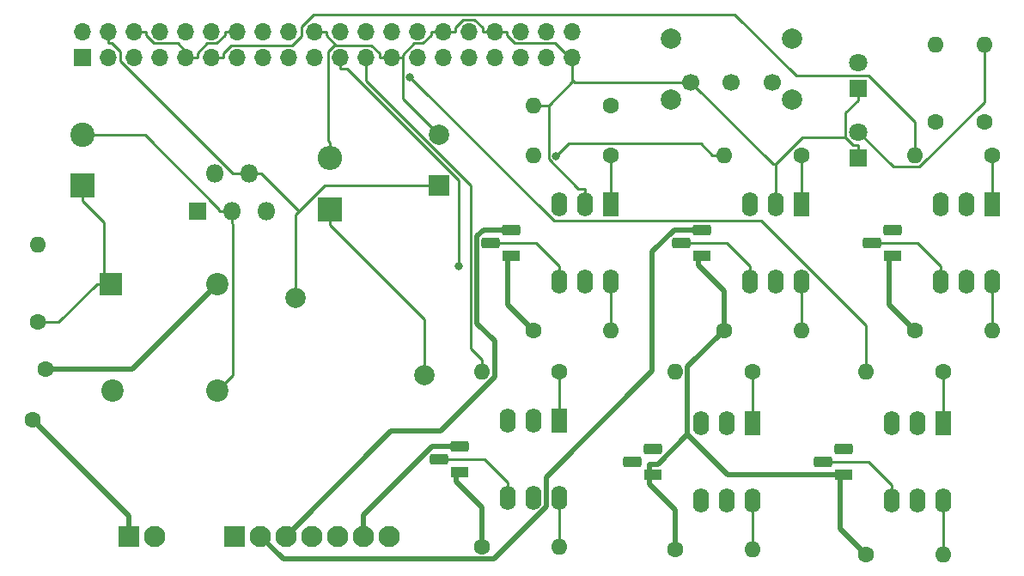
<source format=gbr>
%TF.GenerationSoftware,KiCad,Pcbnew,(6.0.11-0)*%
%TF.CreationDate,2023-02-13T11:09:09-07:00*%
%TF.ProjectId,Pi20,50693230-2e6b-4696-9361-645f70636258,rev?*%
%TF.SameCoordinates,Original*%
%TF.FileFunction,Copper,L2,Bot*%
%TF.FilePolarity,Positive*%
%FSLAX46Y46*%
G04 Gerber Fmt 4.6, Leading zero omitted, Abs format (unit mm)*
G04 Created by KiCad (PCBNEW (6.0.11-0)) date 2023-02-13 11:09:09*
%MOMM*%
%LPD*%
G01*
G04 APERTURE LIST*
G04 Aperture macros list*
%AMRoundRect*
0 Rectangle with rounded corners*
0 $1 Rounding radius*
0 $2 $3 $4 $5 $6 $7 $8 $9 X,Y pos of 4 corners*
0 Add a 4 corners polygon primitive as box body*
4,1,4,$2,$3,$4,$5,$6,$7,$8,$9,$2,$3,0*
0 Add four circle primitives for the rounded corners*
1,1,$1+$1,$2,$3*
1,1,$1+$1,$4,$5*
1,1,$1+$1,$6,$7*
1,1,$1+$1,$8,$9*
0 Add four rect primitives between the rounded corners*
20,1,$1+$1,$2,$3,$4,$5,0*
20,1,$1+$1,$4,$5,$6,$7,0*
20,1,$1+$1,$6,$7,$8,$9,0*
20,1,$1+$1,$8,$9,$2,$3,0*%
G04 Aperture macros list end*
%TA.AperFunction,ComponentPad*%
%ADD10C,2.400000*%
%TD*%
%TA.AperFunction,ComponentPad*%
%ADD11R,2.400000X2.400000*%
%TD*%
%TA.AperFunction,ComponentPad*%
%ADD12C,2.000000*%
%TD*%
%TA.AperFunction,ComponentPad*%
%ADD13R,2.000000X2.000000*%
%TD*%
%TA.AperFunction,ComponentPad*%
%ADD14C,2.100000*%
%TD*%
%TA.AperFunction,ComponentPad*%
%ADD15R,2.100000X2.100000*%
%TD*%
%TA.AperFunction,ComponentPad*%
%ADD16O,1.700000X1.700000*%
%TD*%
%TA.AperFunction,ComponentPad*%
%ADD17R,1.700000X1.700000*%
%TD*%
%TA.AperFunction,ComponentPad*%
%ADD18C,2.200000*%
%TD*%
%TA.AperFunction,ComponentPad*%
%ADD19R,2.200000X2.200000*%
%TD*%
%TA.AperFunction,ComponentPad*%
%ADD20O,2.400000X2.400000*%
%TD*%
%TA.AperFunction,ComponentPad*%
%ADD21C,1.800000*%
%TD*%
%TA.AperFunction,ComponentPad*%
%ADD22R,1.800000X1.800000*%
%TD*%
%TA.AperFunction,ComponentPad*%
%ADD23RoundRect,0.275000X0.625000X-0.275000X0.625000X0.275000X-0.625000X0.275000X-0.625000X-0.275000X0*%
%TD*%
%TA.AperFunction,ComponentPad*%
%ADD24R,1.800000X1.100000*%
%TD*%
%TA.AperFunction,ComponentPad*%
%ADD25C,1.600000*%
%TD*%
%TA.AperFunction,ComponentPad*%
%ADD26O,1.600000X1.600000*%
%TD*%
%TA.AperFunction,ComponentPad*%
%ADD27C,1.700000*%
%TD*%
%TA.AperFunction,ComponentPad*%
%ADD28O,1.800000X1.800000*%
%TD*%
%TA.AperFunction,ComponentPad*%
%ADD29O,1.600000X2.400000*%
%TD*%
%TA.AperFunction,ComponentPad*%
%ADD30R,1.600000X2.400000*%
%TD*%
%TA.AperFunction,ViaPad*%
%ADD31C,0.800000*%
%TD*%
%TA.AperFunction,Conductor*%
%ADD32C,0.250000*%
%TD*%
%TA.AperFunction,Conductor*%
%ADD33C,0.497800*%
%TD*%
G04 APERTURE END LIST*
D10*
%TO.P,C1,2*%
%TO.N,GND*%
X44492000Y-51508000D03*
D11*
%TO.P,C1,1*%
%TO.N,+24V*%
X44492000Y-56508000D03*
%TD*%
D12*
%TO.P,C2,2*%
%TO.N,GND*%
X79612000Y-51468000D03*
D13*
%TO.P,C2,1*%
%TO.N,+5V*%
X79612000Y-56468000D03*
%TD*%
D14*
%TO.P,J1,2,Pin_2*%
%TO.N,Common*%
X51582000Y-91074000D03*
D15*
%TO.P,J1,1,Pin_1*%
%TO.N,Net-(F1-Pad2)*%
X49042000Y-91074000D03*
%TD*%
D14*
%TO.P,J2,7,Pin_7*%
%TO.N,Common*%
X74696000Y-91074000D03*
%TO.P,J2,6,Pin_6*%
%TO.N,Zone6*%
X72156000Y-91074000D03*
%TO.P,J2,5,Pin_5*%
%TO.N,Zone5*%
X69616000Y-91074000D03*
%TO.P,J2,4,Pin_4*%
%TO.N,Zone4*%
X67076000Y-91074000D03*
%TO.P,J2,3,Pin_3*%
%TO.N,Zone3*%
X64536000Y-91074000D03*
%TO.P,J2,2,Pin_2*%
%TO.N,Zone2*%
X61996000Y-91074000D03*
D15*
%TO.P,J2,1,Pin_1*%
%TO.N,Zone1*%
X59456000Y-91074000D03*
%TD*%
D16*
%TO.P,J3,40,Pin_40*%
%TO.N,unconnected-(J3-Pad40)*%
X92730000Y-41290000D03*
%TO.P,J3,39,Pin_39*%
%TO.N,GND*%
X92730000Y-43830000D03*
%TO.P,J3,38,Pin_38*%
%TO.N,unconnected-(J3-Pad38)*%
X90190000Y-41290000D03*
%TO.P,J3,37,Pin_37*%
%TO.N,unconnected-(J3-Pad37)*%
X90190000Y-43830000D03*
%TO.P,J3,36,Pin_36*%
%TO.N,unconnected-(J3-Pad36)*%
X87650000Y-41290000D03*
%TO.P,J3,35,Pin_35*%
%TO.N,unconnected-(J3-Pad35)*%
X87650000Y-43830000D03*
%TO.P,J3,34,Pin_34*%
%TO.N,GND*%
X85110000Y-41290000D03*
%TO.P,J3,33,Pin_33*%
%TO.N,unconnected-(J3-Pad33)*%
X85110000Y-43830000D03*
%TO.P,J3,32,Pin_32*%
%TO.N,unconnected-(J3-Pad32)*%
X82570000Y-41290000D03*
%TO.P,J3,31,Pin_31*%
%TO.N,unconnected-(J3-Pad31)*%
X82570000Y-43830000D03*
%TO.P,J3,30,Pin_30*%
%TO.N,GND*%
X80030000Y-41290000D03*
%TO.P,J3,29,Pin_29*%
%TO.N,unconnected-(J3-Pad29)*%
X80030000Y-43830000D03*
%TO.P,J3,28,Pin_28*%
%TO.N,unconnected-(J3-Pad28)*%
X77490000Y-41290000D03*
%TO.P,J3,27,Pin_27*%
%TO.N,unconnected-(J3-Pad27)*%
X77490000Y-43830000D03*
%TO.P,J3,26,Pin_26*%
%TO.N,unconnected-(J3-Pad26)*%
X74950000Y-41290000D03*
%TO.P,J3,25,Pin_25*%
%TO.N,GND*%
X74950000Y-43830000D03*
%TO.P,J3,24,Pin_24*%
%TO.N,unconnected-(J3-Pad24)*%
X72410000Y-41290000D03*
%TO.P,J3,23,Pin_23*%
%TO.N,Ctrl_Zone6*%
X72410000Y-43830000D03*
%TO.P,J3,22,Pin_22*%
%TO.N,unconnected-(J3-Pad22)*%
X69870000Y-41290000D03*
%TO.P,J3,21,Pin_21*%
%TO.N,Ctrl_Zone5*%
X69870000Y-43830000D03*
%TO.P,J3,20,Pin_20*%
%TO.N,GND*%
X67330000Y-41290000D03*
%TO.P,J3,19,Pin_19*%
%TO.N,Ctrl_Zone4*%
X67330000Y-43830000D03*
%TO.P,J3,18,Pin_18*%
%TO.N,unconnected-(J3-Pad18)*%
X64790000Y-41290000D03*
%TO.P,J3,17,Pin_17*%
%TO.N,+3V3*%
X64790000Y-43830000D03*
%TO.P,J3,16,Pin_16*%
%TO.N,unconnected-(J3-Pad16)*%
X62250000Y-41290000D03*
%TO.P,J3,15,Pin_15*%
%TO.N,Ctrl_Zone3*%
X62250000Y-43830000D03*
%TO.P,J3,14,Pin_14*%
%TO.N,GND*%
X59710000Y-41290000D03*
%TO.P,J3,13,Pin_13*%
%TO.N,Ctrl_Zone2*%
X59710000Y-43830000D03*
%TO.P,J3,12,Pin_12*%
%TO.N,unconnected-(J3-Pad12)*%
X57170000Y-41290000D03*
%TO.P,J3,11,Pin_11*%
%TO.N,Ctrl_Zone1*%
X57170000Y-43830000D03*
%TO.P,J3,10,Pin_10*%
%TO.N,unconnected-(J3-Pad10)*%
X54630000Y-41290000D03*
%TO.P,J3,9,Pin_9*%
%TO.N,GND*%
X54630000Y-43830000D03*
%TO.P,J3,8,Pin_8*%
%TO.N,unconnected-(J3-Pad8)*%
X52090000Y-41290000D03*
%TO.P,J3,7,Pin_7*%
%TO.N,unconnected-(J3-Pad7)*%
X52090000Y-43830000D03*
%TO.P,J3,6,Pin_6*%
%TO.N,GND*%
X49550000Y-41290000D03*
%TO.P,J3,5,Pin_5*%
%TO.N,unconnected-(J3-Pad5)*%
X49550000Y-43830000D03*
%TO.P,J3,4,Pin_4*%
%TO.N,+5V*%
X47010000Y-41290000D03*
%TO.P,J3,3,Pin_3*%
%TO.N,unconnected-(J3-Pad3)*%
X47010000Y-43830000D03*
%TO.P,J3,2,Pin_2*%
%TO.N,+5V*%
X44470000Y-41290000D03*
D17*
%TO.P,J3,1,Pin_1*%
%TO.N,+3V3*%
X44470000Y-43830000D03*
%TD*%
D18*
%TO.P,D1,4*%
%TO.N,+24VAC*%
X57822000Y-66178000D03*
%TO.P,D1,3,-*%
%TO.N,GND*%
X57822000Y-76678000D03*
%TO.P,D1,2*%
%TO.N,Common*%
X47422000Y-76678000D03*
D19*
%TO.P,D1,1,+*%
%TO.N,+24V*%
X47322000Y-66178000D03*
%TD*%
D20*
%TO.P,D2,2,A*%
%TO.N,GND*%
X68852000Y-53778000D03*
D11*
%TO.P,D2,1,K*%
%TO.N,Net-(D2-Pad1)*%
X68852000Y-58858000D03*
%TD*%
D21*
%TO.P,D4,2,A*%
%TO.N,Net-(D4-Pad2)*%
X120924000Y-51196000D03*
D22*
%TO.P,D4,1,K*%
%TO.N,GND*%
X120924000Y-53736000D03*
%TD*%
D23*
%TO.P,D5,3,A1*%
%TO.N,Zone1*%
X124372000Y-60848000D03*
%TO.P,D5,2,G*%
%TO.N,Net-(D5-Pad2)*%
X122302000Y-62118000D03*
D24*
%TO.P,D5,1,A2*%
%TO.N,+24VAC*%
X124372000Y-63388000D03*
%TD*%
D23*
%TO.P,D6,3,A1*%
%TO.N,Zone4*%
X119546000Y-82438000D03*
%TO.P,D6,2,G*%
%TO.N,Net-(D6-Pad2)*%
X117476000Y-83708000D03*
D24*
%TO.P,D6,1,A2*%
%TO.N,+24VAC*%
X119546000Y-84978000D03*
%TD*%
D23*
%TO.P,D7,3,A1*%
%TO.N,Zone2*%
X105576000Y-60848000D03*
%TO.P,D7,2,G*%
%TO.N,Net-(D7-Pad2)*%
X103506000Y-62118000D03*
D24*
%TO.P,D7,1,A2*%
%TO.N,+24VAC*%
X105576000Y-63388000D03*
%TD*%
D23*
%TO.P,D8,3,A1*%
%TO.N,Zone5*%
X100750000Y-82438000D03*
%TO.P,D8,2,G*%
%TO.N,Net-(D8-Pad2)*%
X98680000Y-83708000D03*
D24*
%TO.P,D8,1,A2*%
%TO.N,+24VAC*%
X100750000Y-84978000D03*
%TD*%
D23*
%TO.P,D9,3,A1*%
%TO.N,Zone3*%
X86780000Y-60848000D03*
%TO.P,D9,2,G*%
%TO.N,Net-(D9-Pad2)*%
X84710000Y-62118000D03*
D24*
%TO.P,D9,1,A2*%
%TO.N,+24VAC*%
X86780000Y-63388000D03*
%TD*%
D23*
%TO.P,D10,3,A1*%
%TO.N,Zone6*%
X81700000Y-82184000D03*
%TO.P,D10,2,G*%
%TO.N,Net-(D10-Pad2)*%
X79630000Y-83454000D03*
D24*
%TO.P,D10,1,A2*%
%TO.N,+24VAC*%
X81700000Y-84724000D03*
%TD*%
D25*
%TO.P,F1,2*%
%TO.N,Net-(F1-Pad2)*%
X39572000Y-79588000D03*
%TO.P,F1,1*%
%TO.N,+24VAC*%
X40872000Y-74588000D03*
%TD*%
D12*
%TO.P,L1,2,2*%
%TO.N,Net-(D2-Pad1)*%
X78152000Y-75208000D03*
%TO.P,L1,1,1*%
%TO.N,+5V*%
X65452000Y-67588000D03*
%TD*%
D26*
%TO.P,R2,2*%
%TO.N,Net-(D4-Pad2)*%
X133370000Y-42560000D03*
D25*
%TO.P,R2,1*%
%TO.N,+3V3*%
X133370000Y-50180000D03*
%TD*%
D26*
%TO.P,R3,2*%
%TO.N,Ctrl_Zone1*%
X126512000Y-53482000D03*
D25*
%TO.P,R3,1*%
%TO.N,Net-(R3-Pad1)*%
X134132000Y-53482000D03*
%TD*%
D26*
%TO.P,R4,2*%
%TO.N,Net-(R4-Pad2)*%
X134132000Y-70754000D03*
D25*
%TO.P,R4,1*%
%TO.N,+24VAC*%
X126512000Y-70754000D03*
%TD*%
D26*
%TO.P,R5,2*%
%TO.N,Ctrl_Zone4*%
X121686000Y-74818000D03*
D25*
%TO.P,R5,1*%
%TO.N,Net-(R5-Pad1)*%
X129306000Y-74818000D03*
%TD*%
D26*
%TO.P,R6,2*%
%TO.N,Net-(R6-Pad2)*%
X129306000Y-92852000D03*
D25*
%TO.P,R6,1*%
%TO.N,+24VAC*%
X121686000Y-92852000D03*
%TD*%
D26*
%TO.P,R7,2*%
%TO.N,Ctrl_Zone2*%
X107716000Y-53482000D03*
D25*
%TO.P,R7,1*%
%TO.N,Net-(R7-Pad1)*%
X115336000Y-53482000D03*
%TD*%
D26*
%TO.P,R8,2*%
%TO.N,Net-(R8-Pad2)*%
X115336000Y-70754000D03*
D25*
%TO.P,R8,1*%
%TO.N,+24VAC*%
X107716000Y-70754000D03*
%TD*%
D26*
%TO.P,R9,2*%
%TO.N,Ctrl_Zone5*%
X102890000Y-74818000D03*
D25*
%TO.P,R9,1*%
%TO.N,Net-(R9-Pad1)*%
X110510000Y-74818000D03*
%TD*%
D26*
%TO.P,R10,2*%
%TO.N,Net-(R10-Pad2)*%
X110510000Y-92344000D03*
D25*
%TO.P,R10,1*%
%TO.N,+24VAC*%
X102890000Y-92344000D03*
%TD*%
D26*
%TO.P,R11,2*%
%TO.N,Ctrl_Zone3*%
X88920000Y-53482000D03*
D25*
%TO.P,R11,1*%
%TO.N,Net-(R11-Pad1)*%
X96540000Y-53482000D03*
%TD*%
D26*
%TO.P,R12,2*%
%TO.N,Net-(R12-Pad2)*%
X96540000Y-70754000D03*
D25*
%TO.P,R12,1*%
%TO.N,+24VAC*%
X88920000Y-70754000D03*
%TD*%
D26*
%TO.P,R13,2*%
%TO.N,Ctrl_Zone6*%
X83840000Y-74818000D03*
D25*
%TO.P,R13,1*%
%TO.N,Net-(R13-Pad1)*%
X91460000Y-74818000D03*
%TD*%
D26*
%TO.P,R14,2*%
%TO.N,Net-(R14-Pad2)*%
X91460000Y-92090000D03*
D25*
%TO.P,R14,1*%
%TO.N,+24VAC*%
X83840000Y-92090000D03*
%TD*%
D27*
%TO.P,SW1,3,C*%
%TO.N,GND*%
X104452000Y-46288000D03*
%TO.P,SW1,2,B*%
%TO.N,Net-(SW1-Pad2)*%
X108452000Y-46288000D03*
%TO.P,SW1,1,A*%
%TO.N,Net-(R15-Pad2)*%
X112452000Y-46288000D03*
D12*
%TO.P,SW1,*%
%TO.N,*%
X114452000Y-48038000D03*
X114452000Y-42038000D03*
X102452000Y-42038000D03*
X102452000Y-48038000D03*
%TD*%
D28*
%TO.P,U1,5,~{ON}/OFF*%
%TO.N,Net-(SW1-Pad2)*%
X62602000Y-58998000D03*
%TO.P,U1,4,FB*%
%TO.N,+5V*%
X60902000Y-55298000D03*
%TO.P,U1,3,GND*%
%TO.N,GND*%
X59202000Y-58998000D03*
%TO.P,U1,2,OUT*%
%TO.N,Net-(D2-Pad1)*%
X57502000Y-55298000D03*
D22*
%TO.P,U1,1,VIN*%
%TO.N,+24V*%
X55802000Y-58998000D03*
%TD*%
D29*
%TO.P,U2,6*%
%TO.N,Net-(R4-Pad2)*%
X134132000Y-65928000D03*
%TO.P,U2,5,NC*%
%TO.N,unconnected-(U2-Pad5)*%
X131592000Y-65928000D03*
%TO.P,U2,4*%
%TO.N,Net-(D5-Pad2)*%
X129052000Y-65928000D03*
%TO.P,U2,3,NC*%
%TO.N,unconnected-(U2-Pad3)*%
X129052000Y-58308000D03*
%TO.P,U2,2*%
%TO.N,GND*%
X131592000Y-58308000D03*
D30*
%TO.P,U2,1*%
%TO.N,Net-(R3-Pad1)*%
X134132000Y-58308000D03*
%TD*%
D29*
%TO.P,U3,6*%
%TO.N,Net-(R6-Pad2)*%
X129306000Y-87518000D03*
%TO.P,U3,5,NC*%
%TO.N,unconnected-(U3-Pad5)*%
X126766000Y-87518000D03*
%TO.P,U3,4*%
%TO.N,Net-(D6-Pad2)*%
X124226000Y-87518000D03*
%TO.P,U3,3,NC*%
%TO.N,unconnected-(U3-Pad3)*%
X124226000Y-79898000D03*
%TO.P,U3,2*%
%TO.N,GND*%
X126766000Y-79898000D03*
D30*
%TO.P,U3,1*%
%TO.N,Net-(R5-Pad1)*%
X129306000Y-79898000D03*
%TD*%
D29*
%TO.P,U4,6*%
%TO.N,Net-(R8-Pad2)*%
X115336000Y-65928000D03*
%TO.P,U4,5,NC*%
%TO.N,unconnected-(U4-Pad5)*%
X112796000Y-65928000D03*
%TO.P,U4,4*%
%TO.N,Net-(D7-Pad2)*%
X110256000Y-65928000D03*
%TO.P,U4,3,NC*%
%TO.N,unconnected-(U4-Pad3)*%
X110256000Y-58308000D03*
%TO.P,U4,2*%
%TO.N,GND*%
X112796000Y-58308000D03*
D30*
%TO.P,U4,1*%
%TO.N,Net-(R7-Pad1)*%
X115336000Y-58308000D03*
%TD*%
D29*
%TO.P,U5,6*%
%TO.N,Net-(R10-Pad2)*%
X110510000Y-87518000D03*
%TO.P,U5,5,NC*%
%TO.N,unconnected-(U5-Pad5)*%
X107970000Y-87518000D03*
%TO.P,U5,4*%
%TO.N,Net-(D8-Pad2)*%
X105430000Y-87518000D03*
%TO.P,U5,3,NC*%
%TO.N,unconnected-(U5-Pad3)*%
X105430000Y-79898000D03*
%TO.P,U5,2*%
%TO.N,GND*%
X107970000Y-79898000D03*
D30*
%TO.P,U5,1*%
%TO.N,Net-(R9-Pad1)*%
X110510000Y-79898000D03*
%TD*%
D29*
%TO.P,U6,6*%
%TO.N,Net-(R12-Pad2)*%
X96540000Y-65928000D03*
%TO.P,U6,5,NC*%
%TO.N,unconnected-(U6-Pad5)*%
X94000000Y-65928000D03*
%TO.P,U6,4*%
%TO.N,Net-(D9-Pad2)*%
X91460000Y-65928000D03*
%TO.P,U6,3,NC*%
%TO.N,unconnected-(U6-Pad3)*%
X91460000Y-58308000D03*
%TO.P,U6,2*%
%TO.N,GND*%
X94000000Y-58308000D03*
D30*
%TO.P,U6,1*%
%TO.N,Net-(R11-Pad1)*%
X96540000Y-58308000D03*
%TD*%
D29*
%TO.P,U7,6*%
%TO.N,Net-(R14-Pad2)*%
X91460000Y-87264000D03*
%TO.P,U7,5,NC*%
%TO.N,unconnected-(U7-Pad5)*%
X88920000Y-87264000D03*
%TO.P,U7,4*%
%TO.N,Net-(D10-Pad2)*%
X86380000Y-87264000D03*
%TO.P,U7,3,NC*%
%TO.N,unconnected-(U7-Pad3)*%
X86380000Y-79644000D03*
%TO.P,U7,2*%
%TO.N,GND*%
X88920000Y-79644000D03*
D30*
%TO.P,U7,1*%
%TO.N,Net-(R13-Pad1)*%
X91460000Y-79644000D03*
%TD*%
D21*
%TO.P,D3,2,A*%
%TO.N,Net-(D3-Pad2)*%
X120924000Y-44338000D03*
D22*
%TO.P,D3,1,K*%
%TO.N,GND*%
X120924000Y-46878000D03*
%TD*%
D26*
%TO.P,R1,2*%
%TO.N,Net-(D3-Pad2)*%
X128544000Y-42560000D03*
D25*
%TO.P,R1,1*%
%TO.N,+5V*%
X128544000Y-50180000D03*
%TD*%
D26*
%TO.P,R15,2*%
%TO.N,Net-(R15-Pad2)*%
X40082000Y-62298000D03*
D25*
%TO.P,R15,1*%
%TO.N,+24V*%
X40082000Y-69918000D03*
%TD*%
D26*
%TO.P,R16,2*%
%TO.N,GND*%
X88922000Y-48588000D03*
D25*
%TO.P,R16,1*%
%TO.N,Net-(R15-Pad2)*%
X96542000Y-48588000D03*
%TD*%
D31*
%TO.N,Ctrl_Zone2*%
X91173700Y-53597700D03*
%TO.N,Ctrl_Zone4*%
X76784300Y-45783600D03*
%TO.N,Ctrl_Zone5*%
X81620100Y-64404800D03*
%TD*%
D32*
%TO.N,+24V*%
X42156700Y-69918000D02*
X45896700Y-66178000D01*
X40082000Y-69918000D02*
X42156700Y-69918000D01*
X47322000Y-66178000D02*
X46609400Y-66178000D01*
X46609400Y-66178000D02*
X45896700Y-66178000D01*
X46609400Y-60150700D02*
X44492000Y-58033300D01*
X46609400Y-66178000D02*
X46609400Y-60150700D01*
X44492000Y-56508000D02*
X44492000Y-58033300D01*
%TO.N,Net-(R14-Pad2)*%
X91460000Y-87264000D02*
X91460000Y-92090000D01*
%TO.N,Net-(R13-Pad1)*%
X91460000Y-79644000D02*
X91460000Y-74818000D01*
%TO.N,Net-(R12-Pad2)*%
X96540000Y-65928000D02*
X96540000Y-70754000D01*
%TO.N,Net-(R10-Pad2)*%
X110510000Y-87518000D02*
X110510000Y-92344000D01*
%TO.N,Net-(R9-Pad1)*%
X110510000Y-79898000D02*
X110510000Y-74818000D01*
%TO.N,Net-(R8-Pad2)*%
X115336000Y-65928000D02*
X115336000Y-70754000D01*
%TO.N,Net-(R6-Pad2)*%
X129306000Y-87518000D02*
X129306000Y-92852000D01*
%TO.N,Net-(R5-Pad1)*%
X129306000Y-79898000D02*
X129306000Y-74818000D01*
%TO.N,Net-(R4-Pad2)*%
X134132000Y-65928000D02*
X134132000Y-70754000D01*
D33*
%TO.N,Net-(F1-Pad2)*%
X49042000Y-89058000D02*
X49042000Y-91074000D01*
X39572000Y-79588000D02*
X49042000Y-89058000D01*
D32*
%TO.N,Net-(D10-Pad2)*%
X84095300Y-83454000D02*
X80030000Y-83454000D01*
X86380000Y-85738700D02*
X84095300Y-83454000D01*
X86380000Y-87264000D02*
X86380000Y-85738700D01*
%TO.N,Net-(D9-Pad2)*%
X89175300Y-62118000D02*
X85110000Y-62118000D01*
X91460000Y-64402700D02*
X89175300Y-62118000D01*
X91460000Y-65928000D02*
X91460000Y-64402700D01*
%TO.N,Net-(D2-Pad1)*%
X78152000Y-69683300D02*
X78152000Y-75208000D01*
X68852000Y-60383300D02*
X78152000Y-69683300D01*
X68852000Y-58858000D02*
X68852000Y-60383300D01*
%TO.N,Net-(R11-Pad1)*%
X96540000Y-58308000D02*
X96540000Y-53482000D01*
%TO.N,Net-(R7-Pad1)*%
X115336000Y-58308000D02*
X115336000Y-53482000D01*
%TO.N,Net-(R3-Pad1)*%
X134132000Y-58308000D02*
X134132000Y-53482000D01*
%TO.N,Net-(D7-Pad2)*%
X107971300Y-62118000D02*
X103906000Y-62118000D01*
X110256000Y-64402700D02*
X107971300Y-62118000D01*
X110256000Y-65928000D02*
X110256000Y-64402700D01*
%TO.N,Net-(D6-Pad2)*%
X121941300Y-83708000D02*
X117876000Y-83708000D01*
X124226000Y-85992700D02*
X121941300Y-83708000D01*
X124226000Y-87518000D02*
X124226000Y-85992700D01*
%TO.N,Net-(D5-Pad2)*%
X126767300Y-62118000D02*
X122702000Y-62118000D01*
X129052000Y-64402700D02*
X126767300Y-62118000D01*
X129052000Y-65928000D02*
X129052000Y-64402700D01*
%TO.N,Net-(D4-Pad2)*%
X124379100Y-54651100D02*
X120924000Y-51196000D01*
X126952000Y-54651100D02*
X124379100Y-54651100D01*
X133370000Y-48233100D02*
X126952000Y-54651100D01*
X133370000Y-42560000D02*
X133370000Y-48233100D01*
%TO.N,Ctrl_Zone1*%
X57170000Y-43830000D02*
X58345300Y-43830000D01*
X58345300Y-43462600D02*
X58345300Y-43830000D01*
X59153200Y-42654700D02*
X58345300Y-43462600D01*
X65165500Y-42654700D02*
X59153200Y-42654700D01*
X66060000Y-41760200D02*
X65165500Y-42654700D01*
X66060000Y-40853400D02*
X66060000Y-41760200D01*
X67291600Y-39621800D02*
X66060000Y-40853400D01*
X108797200Y-39621800D02*
X67291600Y-39621800D01*
X114828000Y-45652600D02*
X108797200Y-39621800D01*
X121972100Y-45652600D02*
X114828000Y-45652600D01*
X126512000Y-50192500D02*
X121972100Y-45652600D01*
X126512000Y-53482000D02*
X126512000Y-50192500D01*
%TO.N,Ctrl_Zone2*%
X92414800Y-52356600D02*
X91173700Y-53597700D01*
X105465300Y-52356600D02*
X92414800Y-52356600D01*
X106590700Y-53482000D02*
X105465300Y-52356600D01*
X107716000Y-53482000D02*
X106590700Y-53482000D01*
%TO.N,Ctrl_Zone4*%
X90972300Y-59971600D02*
X76784300Y-45783600D01*
X111375200Y-59971600D02*
X90972300Y-59971600D01*
X121686000Y-70282400D02*
X111375200Y-59971600D01*
X121686000Y-74818000D02*
X121686000Y-70282400D01*
%TO.N,Ctrl_Zone5*%
X69870000Y-43830000D02*
X69870000Y-45005300D01*
X81620100Y-56016000D02*
X81620100Y-64404800D01*
X70609400Y-45005300D02*
X81620100Y-56016000D01*
X69870000Y-45005300D02*
X70609400Y-45005300D01*
%TO.N,Ctrl_Zone6*%
X72410000Y-46144100D02*
X72410000Y-43830000D01*
X82734400Y-56468500D02*
X72410000Y-46144100D01*
X82734400Y-72587100D02*
X82734400Y-56468500D01*
X83840000Y-73692700D02*
X82734400Y-72587100D01*
X83840000Y-74818000D02*
X83840000Y-73692700D01*
D33*
%TO.N,Zone2*%
X102801200Y-60848000D02*
X105176000Y-60848000D01*
X100651500Y-62997700D02*
X102801200Y-60848000D01*
X100651500Y-74780300D02*
X100651500Y-62997700D01*
X90190000Y-85241800D02*
X100651500Y-74780300D01*
X90190000Y-88187100D02*
X90190000Y-85241800D01*
X85028400Y-93348700D02*
X90190000Y-88187100D01*
X64270700Y-93348700D02*
X85028400Y-93348700D01*
X61996000Y-91074000D02*
X64270700Y-93348700D01*
%TO.N,Zone3*%
X74928800Y-80681200D02*
X64536000Y-91074000D01*
X79808100Y-80681200D02*
X74928800Y-80681200D01*
X85118900Y-75370400D02*
X79808100Y-80681200D01*
X85118900Y-71847000D02*
X85118900Y-75370400D01*
X83359600Y-70087700D02*
X85118900Y-71847000D01*
X83359600Y-61501600D02*
X83359600Y-70087700D01*
X84013200Y-60848000D02*
X83359600Y-61501600D01*
X86380000Y-60848000D02*
X84013200Y-60848000D01*
%TO.N,Zone6*%
X72156000Y-88981700D02*
X72156000Y-91074000D01*
X78953700Y-82184000D02*
X72156000Y-88981700D01*
X81300000Y-82184000D02*
X78953700Y-82184000D01*
D32*
%TO.N,+5V*%
X47010000Y-41290000D02*
X47010000Y-42465300D01*
X47377400Y-42465300D02*
X47010000Y-42465300D01*
X48185300Y-43273200D02*
X47377400Y-42465300D01*
X48185300Y-44187400D02*
X48185300Y-43273200D01*
X59295900Y-55298000D02*
X48185300Y-44187400D01*
X60902000Y-55298000D02*
X59295900Y-55298000D01*
X79612000Y-56468000D02*
X78286700Y-56468000D01*
X60902000Y-55298000D02*
X62127300Y-55298000D01*
X65827800Y-58998400D02*
X62127300Y-55298000D01*
X65452000Y-59374200D02*
X65827800Y-58998400D01*
X65452000Y-67588000D02*
X65452000Y-59374200D01*
X68358200Y-56468000D02*
X78286700Y-56468000D01*
X65827800Y-58998400D02*
X68358200Y-56468000D01*
D33*
%TO.N,+24VAC*%
X105176000Y-63388000D02*
X105176000Y-64387200D01*
X86380000Y-68214000D02*
X88920000Y-70754000D01*
X86380000Y-63388000D02*
X86380000Y-68214000D01*
X49412000Y-74588000D02*
X57822000Y-66178000D01*
X40872000Y-74588000D02*
X49412000Y-74588000D01*
X102890000Y-88517200D02*
X100350000Y-85977200D01*
X102890000Y-92344000D02*
X102890000Y-88517200D01*
X107716000Y-66927200D02*
X107716000Y-70754000D01*
X105176000Y-64387200D02*
X107716000Y-66927200D01*
X119146000Y-90312000D02*
X121686000Y-92852000D01*
X119146000Y-84978000D02*
X119146000Y-90312000D01*
X83840000Y-88263200D02*
X81300000Y-85723200D01*
X83840000Y-92090000D02*
X83840000Y-88263200D01*
X81300000Y-84724000D02*
X81300000Y-85723200D01*
X123972000Y-68214000D02*
X126512000Y-70754000D01*
X123972000Y-63388000D02*
X123972000Y-68214000D01*
X100350000Y-85477600D02*
X100350000Y-85977200D01*
X100350000Y-85477600D02*
X100350000Y-84978000D01*
X100350000Y-84978000D02*
X100350000Y-83978800D01*
X108053500Y-84978000D02*
X119146000Y-84978000D01*
X104139300Y-81063800D02*
X108053500Y-84978000D01*
X101224300Y-83978800D02*
X104139300Y-81063800D01*
X100350000Y-83978800D02*
X101224300Y-83978800D01*
X104139300Y-74330700D02*
X107716000Y-70754000D01*
X104139300Y-81063800D02*
X104139300Y-74330700D01*
D32*
%TO.N,GND*%
X58534700Y-41657400D02*
X58534700Y-41290000D01*
X57726800Y-42465300D02*
X58534700Y-41657400D01*
X56802600Y-42465300D02*
X57726800Y-42465300D01*
X55805300Y-43462600D02*
X56802600Y-42465300D01*
X55805300Y-43830000D02*
X55805300Y-43462600D01*
X59710000Y-41290000D02*
X58534700Y-41290000D01*
X81205300Y-40922600D02*
X81205300Y-41290000D01*
X82013200Y-40114700D02*
X81205300Y-40922600D01*
X83126700Y-40114700D02*
X82013200Y-40114700D01*
X83934700Y-40922700D02*
X83126700Y-40114700D01*
X83934700Y-41290000D02*
X83934700Y-40922700D01*
X85110000Y-41290000D02*
X83934700Y-41290000D01*
X80030000Y-41290000D02*
X81205300Y-41290000D01*
X80030000Y-41290000D02*
X78854700Y-41290000D01*
X59281800Y-75218200D02*
X57822000Y-76678000D01*
X59281800Y-60303100D02*
X59281800Y-75218200D01*
X59202000Y-60223300D02*
X59281800Y-60303100D01*
X59202000Y-58998000D02*
X59202000Y-60223300D01*
X67330000Y-41290000D02*
X68505300Y-41290000D01*
X74950000Y-43830000D02*
X73774700Y-43830000D01*
X120924000Y-53736000D02*
X120924000Y-52510700D01*
X120924000Y-46878000D02*
X120924000Y-48103300D01*
X94000000Y-58308000D02*
X94000000Y-56782700D01*
X54630000Y-43830000D02*
X55217700Y-43830000D01*
X55217700Y-43830000D02*
X55805300Y-43830000D01*
X50725300Y-41657400D02*
X50725300Y-41290000D01*
X51533200Y-42465300D02*
X50725300Y-41657400D01*
X53853000Y-42465300D02*
X51533200Y-42465300D01*
X55217700Y-43830000D02*
X53853000Y-42465300D01*
X49550000Y-41290000D02*
X50725300Y-41290000D01*
X68684200Y-52084900D02*
X68852000Y-52252700D01*
X68684200Y-43275600D02*
X68684200Y-52084900D01*
X69403900Y-42555900D02*
X68684200Y-43275600D01*
X68505300Y-41657400D02*
X69403900Y-42555900D01*
X68505300Y-41290000D02*
X68505300Y-41657400D01*
X73774700Y-43462600D02*
X73774700Y-43830000D01*
X72966800Y-42654700D02*
X73774700Y-43462600D01*
X69502600Y-42654700D02*
X72966800Y-42654700D01*
X69403900Y-42555900D02*
X69502600Y-42654700D01*
X76038800Y-43830000D02*
X74950000Y-43830000D01*
X76038800Y-43579400D02*
X76038800Y-43830000D01*
X77152900Y-42465300D02*
X76038800Y-43579400D01*
X78046800Y-42465300D02*
X77152900Y-42465300D01*
X78854700Y-41657400D02*
X78046800Y-42465300D01*
X78854700Y-41290000D02*
X78854700Y-41657400D01*
X76038800Y-47894800D02*
X79612000Y-51468000D01*
X76038800Y-43830000D02*
X76038800Y-47894800D01*
X92730000Y-46011700D02*
X92730000Y-44417600D01*
X92877400Y-46159000D02*
X92730000Y-46011700D01*
X120464500Y-52510700D02*
X119698700Y-51744900D01*
X120924000Y-52510700D02*
X120464500Y-52510700D01*
X119698700Y-49328600D02*
X120924000Y-48103300D01*
X119698700Y-51744900D02*
X119698700Y-49328600D01*
X115430500Y-51744900D02*
X112796000Y-54379400D01*
X119698700Y-51744900D02*
X115430500Y-51744900D01*
X112796000Y-54379400D02*
X112796000Y-58308000D01*
X93006300Y-46288000D02*
X92877400Y-46159000D01*
X104452000Y-46288000D02*
X93006300Y-46288000D01*
X112543400Y-54379400D02*
X112796000Y-54379400D01*
X104452000Y-46288000D02*
X112543400Y-54379400D01*
X88922000Y-48588000D02*
X90047300Y-48588000D01*
X90448400Y-48588000D02*
X90047300Y-48588000D01*
X92877400Y-46159000D02*
X90448400Y-48588000D01*
X93333000Y-56782700D02*
X94000000Y-56782700D01*
X90448400Y-53898100D02*
X93333000Y-56782700D01*
X90448400Y-48588000D02*
X90448400Y-53898100D01*
X92730000Y-43830000D02*
X92730000Y-44123800D01*
X92730000Y-44123800D02*
X92730000Y-44417600D01*
X86285300Y-41657400D02*
X86285300Y-41290000D01*
X87093200Y-42465300D02*
X86285300Y-41657400D01*
X91071500Y-42465300D02*
X87093200Y-42465300D01*
X92730000Y-44123800D02*
X91071500Y-42465300D01*
X85110000Y-41290000D02*
X86285300Y-41290000D01*
X68852000Y-53778000D02*
X68852000Y-52252700D01*
X57976700Y-58844800D02*
X57976700Y-58998000D01*
X50639900Y-51508000D02*
X57976700Y-58844800D01*
X44492000Y-51508000D02*
X50639900Y-51508000D01*
X59202000Y-58998000D02*
X57976700Y-58998000D01*
%TD*%
M02*

</source>
